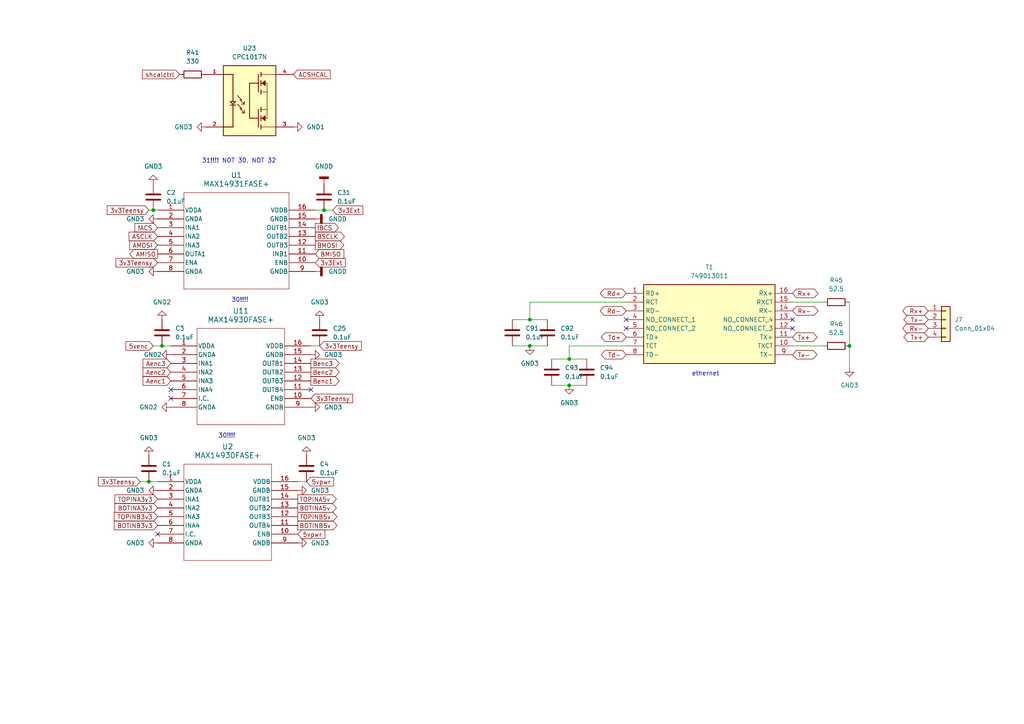
<source format=kicad_sch>
(kicad_sch (version 20231120) (generator "eeschema") (generator_version "8.0")
  (paper "A4")
  (lib_symbols
    (symbol "C_1" (pin_numbers hide) (pin_names (offset 0.254))
      (property "Reference" "C" (at 0.635 2.54 0))
      (property "Value" "C" (at 0.635 -2.54 0))
      (symbol "C_1_0_1"
        (polyline (pts (xy -2.032 -0.762) (xy 2.032 -0.762)) (stroke (width 0.508)))
        (polyline (pts (xy -2.032 0.762) (xy 2.032 0.762)) (stroke (width 0.508)))
      )
      (symbol "C_1_1_1"
        (pin passive line (at 0 3.81 270) (length 2.794) (name "~") (number "1"))
        (pin passive line (at 0 -3.81 90) (length 2.794) (name "~") (number "2"))
      )
    )
    (symbol "C_2" (pin_numbers hide) (pin_names (offset 0.254))
      (property "Reference" "C" (at 0.635 2.54 0))
      (property "Value" "C" (at 0.635 -2.54 0))
      (symbol "C_2_0_1"
        (polyline (pts (xy -2.032 -0.762) (xy 2.032 -0.762)) (stroke (width 0.508)))
        (polyline (pts (xy -2.032 0.762) (xy 2.032 0.762)) (stroke (width 0.508)))
      )
      (symbol "C_2_1_1"
        (pin passive line (at 0 3.81 270) (length 2.794) (name "~") (number "1"))
        (pin passive line (at 0 -3.81 90) (length 2.794) (name "~") (number "2"))
      )
    )
    (symbol "Connector_Generic:Conn_01x04" (pin_names (offset 1.016) hide)
      (property "Reference" "J" (at 0 5.08 0))
      (property "Value" "Conn_01x04" (at 0 -7.62 0))
      (symbol "Conn_01x04_1_1"
        (rectangle (start -1.27 -4.953) (end 0 -5.207) (stroke (width 0.1524)))
        (rectangle (start -1.27 -2.413) (end 0 -2.667) (stroke (width 0.1524)))
        (rectangle (start -1.27 0.127) (end 0 -0.127) (stroke (width 0.1524)))
        (rectangle (start -1.27 2.667) (end 0 2.413) (stroke (width 0.1524)))
        (rectangle (start -1.27 3.81) (end 1.27 -6.35) (stroke (width 0.254)) (fill (type background)))
        (pin passive line (at -5.08 2.54 0) (length 3.81) (name "Pin_1") (number "1"))
        (pin passive line (at -5.08 0 0) (length 3.81) (name "Pin_2") (number "2"))
        (pin passive line (at -5.08 -2.54 0) (length 3.81) (name "Pin_3") (number "3"))
        (pin passive line (at -5.08 -5.08 0) (length 3.81) (name "Pin_4") (number "4"))
      )
    )
    (symbol "Device:C" (pin_numbers hide) (pin_names (offset 0.254))
      (property "Reference" "C" (at 0.635 2.54 0))
      (property "Value" "C" (at 0.635 -2.54 0))
      (symbol "C_0_1"
        (polyline (pts (xy -2.032 -0.762) (xy 2.032 -0.762)) (stroke (width 0.508)))
        (polyline (pts (xy -2.032 0.762) (xy 2.032 0.762)) (stroke (width 0.508)))
      )
      (symbol "C_1_1"
        (pin passive line (at 0 3.81 270) (length 2.794) (name "~") (number "1"))
        (pin passive line (at 0 -3.81 90) (length 2.794) (name "~") (number "2"))
      )
    )
    (symbol "Device:R" (pin_numbers hide) (pin_names (offset 0))
      (property "Reference" "R" (at 2.032 0 90))
      (property "Value" "R" (at 0 0 90))
      (symbol "R_0_1"
        (rectangle (start -1.016 -2.54) (end 1.016 2.54) (stroke (width 0.254)))
      )
      (symbol "R_1_1"
        (pin passive line (at 0 3.81 270) (length 1.27) (name "~") (number "1"))
        (pin passive line (at 0 -3.81 90) (length 1.27) (name "~") (number "2"))
      )
    )
    (symbol "dyno_inst_sym:749013011"
      (property "Reference" "T" (at 44.45 7.62 0))
      (property "Value" "749013011" (at 44.45 5.08 0))
      (symbol "749013011_1_1"
        (rectangle (start 5.08 2.54) (end 43.18 -20.32) (stroke (width 0.254)) (fill (type background)))
        (pin passive line (at 0 0 0) (length 5.08) (name "RD+") (number "1"))
        (pin passive line (at 48.26 -15.24 180) (length 5.08) (name "TXCT") (number "10"))
        (pin passive line (at 48.26 -12.7 180) (length 5.08) (name "TX+") (number "11"))
        (pin passive line (at 48.26 -10.16 180) (length 5.08) (name "NO_CONNECT_3") (number "12"))
        (pin passive line (at 48.26 -7.62 180) (length 5.08) (name "NO_CONNECT_4") (number "13"))
        (pin passive line (at 48.26 -5.08 180) (length 5.08) (name "RX-") (number "14"))
        (pin passive line (at 48.26 -2.54 180) (length 5.08) (name "RXCT") (number "15"))
        (pin passive line (at 48.26 0 180) (length 5.08) (name "RX+") (number "16"))
        (pin passive line (at 0 -2.54 0) (length 5.08) (name "RCT") (number "2"))
        (pin passive line (at 0 -5.08 0) (length 5.08) (name "RD-") (number "3"))
        (pin passive line (at 0 -7.62 0) (length 5.08) (name "NO_CONNECT_1") (number "4"))
        (pin passive line (at 0 -10.16 0) (length 5.08) (name "NO_CONNECT_2") (number "5"))
        (pin passive line (at 0 -12.7 0) (length 5.08) (name "TD+") (number "6"))
        (pin passive line (at 0 -15.24 0) (length 5.08) (name "TCT") (number "7"))
        (pin passive line (at 0 -17.78 0) (length 5.08) (name "TD-") (number "8"))
        (pin passive line (at 48.26 -17.78 180) (length 5.08) (name "TX-") (number "9"))
      )
    )
    (symbol "dyno_inst_sym:CPC1017N" (pin_names (offset 1.016))
      (property "Reference" "U" (at -7.62 10.16 0))
      (property "Value" "CPC1017N" (at -7.62 -12.7 0))
      (symbol "CPC1017N_0_0"
        (rectangle (start -7.62 -10.16) (end 7.62 10.16) (stroke (width 0.254)) (fill (type background)))
        (polyline (pts (xy -7.62 -7.62) (xy -5.08 -7.62)) (stroke (width 0.254)))
        (polyline (pts (xy -7.62 7.62) (xy -5.08 7.62)) (stroke (width 0.254)))
        (polyline (pts (xy -5.588 -1.27) (xy -4.064 -1.27)) (stroke (width 0.254)))
        (polyline (pts (xy -5.588 -0.254) (xy -4.826 -1.016)) (stroke (width 0.254)))
        (polyline (pts (xy -4.826 -7.62) (xy -5.08 -7.62)) (stroke (width 0.254)))
        (polyline (pts (xy -4.826 -2.54) (xy -4.826 -7.62)) (stroke (width 0.254)))
        (polyline (pts (xy -4.826 -1.27) (xy -4.826 -2.54)) (stroke (width 0.254)))
        (polyline (pts (xy -4.826 -1.016) (xy -4.064 -0.254)) (stroke (width 0.254)))
        (polyline (pts (xy -4.826 -0.254) (xy -5.588 -0.254)) (stroke (width 0.254)))
        (polyline (pts (xy -4.826 -0.254) (xy -4.064 -0.254)) (stroke (width 0.254)))
        (polyline (pts (xy -4.826 2.54) (xy -4.826 -0.254)) (stroke (width 0.254)))
        (polyline (pts (xy -4.826 2.54) (xy -4.826 7.62)) (stroke (width 0.254)))
        (polyline (pts (xy -4.826 7.62) (xy -5.08 7.62)) (stroke (width 0.254)))
        (polyline (pts (xy -3.556 -1.016) (xy -2.286 -2.286)) (stroke (width 0.2032)))
        (polyline (pts (xy -3.556 1.524) (xy -2.286 0.254)) (stroke (width 0.2032)))
        (polyline (pts (xy -2.794 -2.286) (xy -1.524 -3.556)) (stroke (width 0.2032)))
        (polyline (pts (xy -2.794 0.254) (xy -1.524 -1.016)) (stroke (width 0.2032)))
        (polyline (pts (xy -2.286 -2.286) (xy -2.794 -2.286)) (stroke (width 0.2032)))
        (polyline (pts (xy -2.286 0.254) (xy -2.794 0.254)) (stroke (width 0.2032)))
        (polyline (pts (xy -1.524 -3.556) (xy -2.286 -3.556)) (stroke (width 0.2032)))
        (polyline (pts (xy -1.524 -3.556) (xy -1.524 -2.794)) (stroke (width 0.2032)))
        (polyline (pts (xy -1.524 -1.016) (xy -2.286 -1.016)) (stroke (width 0.2032)))
        (polyline (pts (xy -1.524 -1.016) (xy -1.524 -0.254)) (stroke (width 0.2032)))
        (polyline (pts (xy 0 -5.08) (xy 2.54 -5.08)) (stroke (width 0.254)))
        (polyline (pts (xy 0 5.08) (xy 0 -5.08)) (stroke (width 0.254)))
        (polyline (pts (xy 2.54 -5.08) (xy 2.54 -7.62)) (stroke (width 0.254)))
        (polyline (pts (xy 2.54 -2.54) (xy 2.54 -5.08)) (stroke (width 0.254)))
        (polyline (pts (xy 2.54 5.08) (xy 0 5.08)) (stroke (width 0.254)))
        (polyline (pts (xy 2.54 5.08) (xy 2.54 2.54)) (stroke (width 0.254)))
        (polyline (pts (xy 2.54 7.62) (xy 2.54 5.08)) (stroke (width 0.254)))
        (polyline (pts (xy 3.302 -7.62) (xy 3.302 -8.255)) (stroke (width 0.254)))
        (polyline (pts (xy 3.302 -7.62) (xy 7.62 -7.62)) (stroke (width 0.1524)))
        (polyline (pts (xy 3.302 -6.985) (xy 3.302 -7.62)) (stroke (width 0.254)))
        (polyline (pts (xy 3.302 -5.08) (xy 3.302 -5.842)) (stroke (width 0.254)))
        (polyline (pts (xy 3.302 -5.08) (xy 5.08 -5.08)) (stroke (width 0.1524)))
        (polyline (pts (xy 3.302 -4.318) (xy 3.302 -5.08)) (stroke (width 0.254)))
        (polyline (pts (xy 3.302 -2.54) (xy 3.302 -3.175)) (stroke (width 0.254)))
        (polyline (pts (xy 3.302 -1.905) (xy 3.302 -2.54)) (stroke (width 0.254)))
        (polyline (pts (xy 3.302 2.54) (xy 3.302 1.905)) (stroke (width 0.254)))
        (polyline (pts (xy 3.302 3.175) (xy 3.302 2.54)) (stroke (width 0.254)))
        (polyline (pts (xy 3.302 5.08) (xy 3.302 4.318)) (stroke (width 0.254)))
        (polyline (pts (xy 3.302 5.08) (xy 5.08 5.08)) (stroke (width 0.1524)))
        (polyline (pts (xy 3.302 5.842) (xy 3.302 5.08)) (stroke (width 0.254)))
        (polyline (pts (xy 3.302 7.62) (xy 3.302 6.985)) (stroke (width 0.254)))
        (polyline (pts (xy 3.302 7.62) (xy 7.62 7.62)) (stroke (width 0.1524)))
        (polyline (pts (xy 3.302 8.255) (xy 3.302 7.62)) (stroke (width 0.254)))
        (polyline (pts (xy 5.08 -2.54) (xy 3.302 -2.54)) (stroke (width 0.1524)))
        (polyline (pts (xy 5.08 -2.54) (xy 5.08 -5.08)) (stroke (width 0.1524)))
        (polyline (pts (xy 5.08 2.54) (xy 3.302 2.54)) (stroke (width 0.1524)))
        (polyline (pts (xy 5.08 2.54) (xy 5.08 -2.54)) (stroke (width 0.1524)))
        (polyline (pts (xy 5.08 5.08) (xy 5.08 2.54)) (stroke (width 0.1524)))
        (polyline (pts (xy 3.556 -5.08) (xy 4.572 -4.318) (xy 4.572 -5.842) (xy 3.556 -5.08)) (stroke (width 0.1524)) (fill (type outline)))
        (polyline (pts (xy 3.556 5.08) (xy 4.572 5.842) (xy 4.572 4.318) (xy 3.556 5.08)) (stroke (width 0.1524)) (fill (type outline)))
        (pin passive line (at -12.7 7.62 0) (length 5.08) (name "~") (number "1"))
        (pin passive line (at -12.7 -7.62 0) (length 5.08) (name "~") (number "2"))
        (pin passive line (at 12.7 -7.62 180) (length 5.08) (name "~") (number "3"))
        (pin passive line (at 12.7 7.62 180) (length 5.08) (name "~") (number "4"))
      )
    )
    (symbol "dyno_inst_sym:MAX14930FASE+" (pin_names (offset 0.254))
      (property "Reference" "U" (at 20.32 10.16 0))
      (property "Value" "MAX14930FASE+" (at 20.32 7.62 0))
      (symbol "MAX14930FASE+_0_1"
        (polyline (pts (xy 7.62 -22.86) (xy 33.02 -22.86)) (stroke (width 0.127)))
        (polyline (pts (xy 7.62 5.08) (xy 7.62 -22.86)) (stroke (width 0.127)))
        (polyline (pts (xy 33.02 -22.86) (xy 33.02 5.08)) (stroke (width 0.127)))
        (polyline (pts (xy 33.02 5.08) (xy 7.62 5.08)) (stroke (width 0.127)))
        (pin power_in line (at 0 0 0) (length 7.62) (name "VDDA") (number "1"))
        (pin unspecified line (at 40.64 -15.24 180) (length 7.62) (name "ENB") (number "10"))
        (pin output line (at 40.64 -12.7 180) (length 7.62) (name "OUTB4") (number "11"))
        (pin output line (at 40.64 -10.16 180) (length 7.62) (name "OUTB3") (number "12"))
        (pin output line (at 40.64 -7.62 180) (length 7.62) (name "OUTB2") (number "13"))
        (pin output line (at 40.64 -5.08 180) (length 7.62) (name "OUTB1") (number "14"))
        (pin power_out line (at 40.64 -2.54 180) (length 7.62) (name "GNDB") (number "15"))
        (pin power_in line (at 40.64 0 180) (length 7.62) (name "VDDB") (number "16"))
        (pin power_out line (at 0 -2.54 0) (length 7.62) (name "GNDA") (number "2"))
        (pin bidirectional line (at 0 -5.08 0) (length 7.62) (name "INA1") (number "3"))
        (pin bidirectional line (at 0 -7.62 0) (length 7.62) (name "INA2") (number "4"))
        (pin bidirectional line (at 0 -10.16 0) (length 7.62) (name "INA3") (number "5"))
        (pin bidirectional line (at 0 -12.7 0) (length 7.62) (name "INA4") (number "6"))
        (pin unspecified line (at 0 -15.24 0) (length 7.62) (name "I.C.") (number "7"))
        (pin power_out line (at 0 -17.78 0) (length 7.62) (name "GNDA") (number "8"))
        (pin power_out line (at 40.64 -17.78 180) (length 7.62) (name "GNDB") (number "9"))
      )
    )
    (symbol "dyno_inst_sym:MAX14931FASE+" (pin_names (offset 0.254))
      (property "Reference" "U" (at 22.86 10.16 0))
      (property "Value" "MAX14931FASE+" (at 22.86 7.62 0))
      (symbol "MAX14931FASE+_0_1"
        (polyline (pts (xy 7.62 -22.86) (xy 38.1 -22.86)) (stroke (width 0.127)))
        (polyline (pts (xy 7.62 5.08) (xy 7.62 -22.86)) (stroke (width 0.127)))
        (polyline (pts (xy 38.1 -22.86) (xy 38.1 5.08)) (stroke (width 0.127)))
        (polyline (pts (xy 38.1 5.08) (xy 7.62 5.08)) (stroke (width 0.127)))
        (pin power_in line (at 0 0 0) (length 7.62) (name "VDDA") (number "1"))
        (pin unspecified line (at 45.72 -15.24 180) (length 7.62) (name "ENB") (number "10"))
        (pin unspecified line (at 45.72 -12.7 180) (length 7.62) (name "INB1") (number "11"))
        (pin output line (at 45.72 -10.16 180) (length 7.62) (name "OUTB3") (number "12"))
        (pin output line (at 45.72 -7.62 180) (length 7.62) (name "OUTB2") (number "13"))
        (pin output line (at 45.72 -5.08 180) (length 7.62) (name "OUTB1") (number "14"))
        (pin power_out line (at 45.72 -2.54 180) (length 7.62) (name "GNDB") (number "15"))
        (pin power_in line (at 45.72 0 180) (length 7.62) (name "VDDB") (number "16"))
        (pin power_out line (at 0 -2.54 0) (length 7.62) (name "GNDA") (number "2"))
        (pin bidirectional line (at 0 -5.08 0) (length 7.62) (name "INA1") (number "3"))
        (pin bidirectional line (at 0 -7.62 0) (length 7.62) (name "INA2") (number "4"))
        (pin bidirectional line (at 0 -10.16 0) (length 7.62) (name "INA3") (number "5"))
        (pin output line (at 0 -12.7 0) (length 7.62) (name "OUTA1") (number "6"))
        (pin unspecified line (at 0 -15.24 0) (length 7.62) (name "ENA") (number "7"))
        (pin power_out line (at 0 -17.78 0) (length 7.62) (name "GNDA") (number "8"))
        (pin power_out line (at 45.72 -17.78 180) (length 7.62) (name "GNDB") (number "9"))
      )
    )
    (symbol "power:GND1" (power) (pin_numbers hide) (pin_names (offset 0) hide)
      (property "Value" "GND1" (at 0 -3.81 0))
      (symbol "GND1_0_1"
        (polyline (pts (xy 0 0) (xy 0 -1.27) (xy 1.27 -1.27) (xy 0 -2.54) (xy -1.27 -1.27) (xy 0 -1.27)))
      )
      (symbol "GND1_1_1"
        (pin power_in line (at 0 0 270) (length 0) (name "~") (number "1"))
      )
    )
    (symbol "power:GND2" (power) (pin_numbers hide) (pin_names (offset 0) hide)
      (property "Value" "GND2" (at 0 -3.81 0))
      (symbol "GND2_0_1"
        (polyline (pts (xy 0 0) (xy 0 -1.27) (xy 1.27 -1.27) (xy 0 -2.54) (xy -1.27 -1.27) (xy 0 -1.27)))
      )
      (symbol "GND2_1_1"
        (pin power_in line (at 0 0 270) (length 0) (name "~") (number "1"))
      )
    )
    (symbol "power:GND3" (power) (pin_numbers hide) (pin_names (offset 0) hide)
      (property "Value" "GND3" (at 0 -3.81 0))
      (symbol "GND3_0_1"
        (polyline (pts (xy 0 0) (xy 0 -1.27) (xy 1.27 -1.27) (xy 0 -2.54) (xy -1.27 -1.27) (xy 0 -1.27)))
      )
      (symbol "GND3_1_1"
        (pin power_in line (at 0 0 270) (length 0) (name "~") (number "1"))
      )
    )
    (symbol "power:GNDD" (power) (pin_names (offset 0))
      (property "Value" "GNDD" (at 0 -3.175 0))
      (symbol "GNDD_0_1"
        (rectangle (start -1.27 -1.524) (end 1.27 -2.032) (stroke (width 0.254)) (fill (type outline)))
        (polyline (pts (xy 0 0) (xy 0 -1.524)))
      )
      (symbol "GNDD_1_1"
        (pin power_in line (at 0 0 270) (length 0) hide (name "GNDD") (number "1"))
      )
    )
  )
  (junction (at 165.1 111.76))
  (junction (at 44.45 60.96))
  (junction (at 43.18 139.7))
  (junction (at 165.1 104.14))
  (junction (at 93.98 60.96))
  (junction (at 46.99 100.33))
  (junction (at 153.67 100.33))
  (junction (at 246.38 100.33))
  (junction (at 153.67 92.71))
  (no_connect (at 49.53 115.57))
  (no_connect (at 229.87 95.25))
  (no_connect (at 181.61 95.25))
  (no_connect (at 49.53 113.03))
  (no_connect (at 181.61 92.71))
  (no_connect (at 229.87 92.71))
  (no_connect (at 45.72 154.94))
  (no_connect (at 90.17 113.03))
  (wire (pts (xy 160.02 111.76) (xy 165.1 111.76)))
  (wire (pts (xy 238.76 100.33) (xy 229.87 100.33)))
  (wire (pts (xy 46.99 100.33) (xy 49.53 100.33)))
  (wire (pts (xy 246.38 100.33) (xy 246.38 106.68)))
  (wire (pts (xy 160.02 104.14) (xy 165.1 104.14)))
  (wire (pts (xy 153.67 87.63) (xy 153.67 92.71)))
  (wire (pts (xy 165.1 100.33) (xy 165.1 104.14)))
  (wire (pts (xy 246.38 87.63) (xy 246.38 100.33)))
  (wire (pts (xy 148.59 100.33) (xy 153.67 100.33)))
  (wire (pts (xy 92.71 100.33) (xy 90.17 100.33)))
  (wire (pts (xy 93.98 60.96) (xy 91.44 60.96)))
  (wire (pts (xy 165.1 111.76) (xy 170.18 111.76)))
  (wire (pts (xy 43.18 139.7) (xy 45.72 139.7)))
  (wire (pts (xy 96.52 60.96) (xy 93.98 60.96)))
  (wire (pts (xy 153.67 100.33) (xy 158.75 100.33)))
  (wire (pts (xy 229.87 87.63) (xy 238.76 87.63)))
  (wire (pts (xy 165.1 104.14) (xy 170.18 104.14)))
  (wire (pts (xy 88.9 139.7) (xy 86.36 139.7)))
  (wire (pts (xy 40.64 139.7) (xy 43.18 139.7)))
  (wire (pts (xy 148.59 92.71) (xy 153.67 92.71)))
  (wire (pts (xy 44.45 60.96) (xy 45.72 60.96)))
  (wire (pts (xy 181.61 87.63) (xy 153.67 87.63)))
  (wire (pts (xy 44.45 100.33) (xy 46.99 100.33)))
  (wire (pts (xy 43.18 60.96) (xy 44.45 60.96)))
  (wire (pts (xy 181.61 100.33) (xy 165.1 100.33)))
  (wire (pts (xy 153.67 92.71) (xy 158.75 92.71)))
  (text "31!!!! NOT 30, NOT 32" (at 69.342 46.736 0) (effects (font (size 1.27 1.27))))
  (text "30!!!!" (at 65.786 126.492 0) (effects (font (size 1.27 1.27))))
  (text "30!!!!" (at 69.596 87.122 0) (effects (font (size 1.27 1.27))))
  (text "ethernet" (at 200.66 109.22 0) (effects (font (size 1.27 1.27)) (justify left bottom)))
  (global_label "3v3Teensy" (shape input) (at 92.71 100.33 0) (property "Intersheetrefs" "${INTERSHEET_REFS}" (effects (hide yes))))
  (global_label "Td-" (shape bidirectional) (at 181.61 102.87 180) (property "Intersheetrefs" "${INTERSHEET_REFS}" (effects (hide yes))))
  (global_label "Benc1" (shape output) (at 90.17 110.49 0) (property "Intersheetrefs" "${INTERSHEET_REFS}" (effects (hide yes))))
  (global_label "!BCS" (shape output) (at 91.44 66.04 0) (property "Intersheetrefs" "${INTERSHEET_REFS}" (effects (hide yes))))
  (global_label "BMISO" (shape input) (at 91.44 73.66 0) (property "Intersheetrefs" "${INTERSHEET_REFS}" (effects (hide yes))))
  (global_label "Aenc1" (shape input) (at 49.53 110.49 180) (property "Intersheetrefs" "${INTERSHEET_REFS}" (effects (hide yes))))
  (global_label "Benc3" (shape output) (at 90.17 105.41 0) (property "Intersheetrefs" "${INTERSHEET_REFS}" (effects (hide yes))))
  (global_label "BOTINB3v3" (shape input) (at 45.72 152.4 180) (property "Intersheetrefs" "${INTERSHEET_REFS}" (effects (hide yes))))
  (global_label "5vpwr" (shape input) (at 86.36 154.94 0) (property "Intersheetrefs" "${INTERSHEET_REFS}" (effects (hide yes))))
  (global_label "Rx+" (shape bidirectional) (at 269.24 90.17 180) (property "Intersheetrefs" "${INTERSHEET_REFS}" (effects (hide yes))))
  (global_label "Tx+" (shape bidirectional) (at 229.87 97.79 0) (property "Intersheetrefs" "${INTERSHEET_REFS}" (effects (hide yes))))
  (global_label "ACSHCAL" (shape input) (at 85.09 21.59 0) (property "Intersheetrefs" "${INTERSHEET_REFS}" (effects (hide yes))))
  (global_label "Rd-" (shape bidirectional) (at 181.61 90.17 180) (property "Intersheetrefs" "${INTERSHEET_REFS}" (effects (hide yes))))
  (global_label "TOPINA3v3" (shape input) (at 45.72 144.78 180) (property "Intersheetrefs" "${INTERSHEET_REFS}" (effects (hide yes))))
  (global_label "Tx-" (shape bidirectional) (at 269.24 92.71 180) (property "Intersheetrefs" "${INTERSHEET_REFS}" (effects (hide yes))))
  (global_label "BOTINA3v3" (shape input) (at 45.72 147.32 180) (property "Intersheetrefs" "${INTERSHEET_REFS}" (effects (hide yes))))
  (global_label "AMISO" (shape output) (at 45.72 73.66 180) (property "Intersheetrefs" "${INTERSHEET_REFS}" (effects (hide yes))))
  (global_label "Benc2" (shape output) (at 90.17 107.95 0) (property "Intersheetrefs" "${INTERSHEET_REFS}" (effects (hide yes))))
  (global_label "Tx+" (shape bidirectional) (at 269.24 97.79 180) (property "Intersheetrefs" "${INTERSHEET_REFS}" (effects (hide yes))))
  (global_label "3v3Teensy" (shape input) (at 45.72 76.2 180) (property "Intersheetrefs" "${INTERSHEET_REFS}" (effects (hide yes))))
  (global_label "TOPINB3v3" (shape input) (at 45.72 149.86 180) (property "Intersheetrefs" "${INTERSHEET_REFS}" (effects (hide yes))))
  (global_label "Tx-" (shape bidirectional) (at 229.87 102.87 0) (property "Intersheetrefs" "${INTERSHEET_REFS}" (effects (hide yes))))
  (global_label "3v3Teensy" (shape input) (at 40.64 139.7 180) (property "Intersheetrefs" "${INTERSHEET_REFS}" (effects (hide yes))))
  (global_label "3v3Ext" (shape input) (at 96.52 60.96 0) (property "Intersheetrefs" "${INTERSHEET_REFS}" (effects (hide yes))))
  (global_label "Aenc3" (shape input) (at 49.53 105.41 180) (property "Intersheetrefs" "${INTERSHEET_REFS}" (effects (hide yes))))
  (global_label "ASCLK" (shape input) (at 45.72 68.58 180) (property "Intersheetrefs" "${INTERSHEET_REFS}" (effects (hide yes))))
  (global_label "AMOSI" (shape input) (at 45.72 71.12 180) (property "Intersheetrefs" "${INTERSHEET_REFS}" (effects (hide yes))))
  (global_label "TOPINB5v" (shape output) (at 86.36 149.86 0) (property "Intersheetrefs" "${INTERSHEET_REFS}" (effects (hide yes))))
  (global_label "5venc" (shape input) (at 44.45 100.33 180) (property "Intersheetrefs" "${INTERSHEET_REFS}" (effects (hide yes))))
  (global_label "Aenc2" (shape input) (at 49.53 107.95 180) (property "Intersheetrefs" "${INTERSHEET_REFS}" (effects (hide yes))))
  (global_label "Rx-" (shape bidirectional) (at 229.87 90.17 0) (property "Intersheetrefs" "${INTERSHEET_REFS}" (effects (hide yes))))
  (global_label "shcalctrl" (shape input) (at 52.07 21.59 180) (property "Intersheetrefs" "${INTERSHEET_REFS}" (effects (hide yes))))
  (global_label "BOTINB5v" (shape output) (at 86.36 152.4 0) (property "Intersheetrefs" "${INTERSHEET_REFS}" (effects (hide yes))))
  (global_label "3v3Teensy" (shape input) (at 90.17 115.57 0) (property "Intersheetrefs" "${INTERSHEET_REFS}" (effects (hide yes))))
  (global_label "Rd+" (shape bidirectional) (at 181.61 85.09 180) (property "Intersheetrefs" "${INTERSHEET_REFS}" (effects (hide yes))))
  (global_label "BSCLK" (shape output) (at 91.44 68.58 0) (property "Intersheetrefs" "${INTERSHEET_REFS}" (effects (hide yes))))
  (global_label "BOTINA5v" (shape output) (at 86.36 147.32 0) (property "Intersheetrefs" "${INTERSHEET_REFS}" (effects (hide yes))))
  (global_label "3v3Ext" (shape input) (at 91.44 76.2 0) (property "Intersheetrefs" "${INTERSHEET_REFS}" (effects (hide yes))))
  (global_label "5vpwr" (shape input) (at 88.9 139.7 0) (property "Intersheetrefs" "${INTERSHEET_REFS}" (effects (hide yes))))
  (global_label "TOPINA5v" (shape output) (at 86.36 144.78 0) (property "Intersheetrefs" "${INTERSHEET_REFS}" (effects (hide yes))))
  (global_label "Rx+" (shape bidirectional) (at 229.87 85.09 0) (property "Intersheetrefs" "${INTERSHEET_REFS}" (effects (hide yes))))
  (global_label "3v3Teensy" (shape input) (at 43.18 60.96 180) (property "Intersheetrefs" "${INTERSHEET_REFS}" (effects (hide yes))))
  (global_label "BMOSI" (shape output) (at 91.44 71.12 0) (property "Intersheetrefs" "${INTERSHEET_REFS}" (effects (hide yes))))
  (global_label "!ACS" (shape input) (at 45.72 66.04 180) (property "Intersheetrefs" "${INTERSHEET_REFS}" (effects (hide yes))))
  (global_label "Rx-" (shape bidirectional) (at 269.24 95.25 180) (property "Intersheetrefs" "${INTERSHEET_REFS}" (effects (hide yes))))
  (global_label "Td+" (shape bidirectional) (at 181.61 97.79 180) (property "Intersheetrefs" "${INTERSHEET_REFS}" (effects (hide yes))))
  (symbol (lib_id "Device:R") (at 55.88 21.59 90) (unit 1)
    (property "Reference" "R41" (at 55.88 15.24 90))
    (property "Value" "330" (at 55.88 17.78 90))
    (property "Footprint" "Resistor_SMD:R_0402_1005Metric" (effects (hide yes)))
    (property "Description" "Resistor" (effects (hide yes)))
  )
  (symbol (lib_id "Device:C") (at 160.02 107.95 0) (unit 1)
    (property "Reference" "C93" (at 163.83 106.68 0) (effects (justify left)))
    (property "Value" "0.1uF" (at 163.83 109.22 0) (effects (justify left)))
    (property "Footprint" "Capacitor_SMD:C_0402_1005Metric" (effects (hide yes)))
  )
  (symbol (lib_id "power:GND2") (at 46.99 92.71 180) (unit 1)
    (property "Reference" "#PWR09" (effects (hide yes)))
    (property "Value" "GND2" (at 46.99 87.63 0))
    (property "Description" "Power symbol creates a global label with name \"GND2\" , ground" (effects (hide yes)))
  )
  (symbol (lib_id "power:GND3") (at 59.69 36.83 270) (unit 1)
    (property "Reference" "#PWR055" (effects (hide yes)))
    (property "Value" "GND3" (at 55.88 36.8299 90) (effects (justify right)))
    (property "Description" "Power symbol creates a global label with name \"GND3\" , ground" (effects (hide yes)))
  )
  (symbol (lib_id "power:GND3") (at 44.45 53.34 180) (unit 1)
    (property "Reference" "#PWR02" (effects (hide yes)))
    (property "Value" "GND3" (at 44.45 48.26 0))
    (property "Description" "Power symbol creates a global label with name \"GND3\" , ground" (effects (hide yes)))
  )
  (symbol (lib_id "power:GND3") (at 43.18 132.08 180) (unit 1)
    (property "Reference" "#PWR01" (effects (hide yes)))
    (property "Value" "GND3" (at 43.18 127 0))
    (property "Description" "Power symbol creates a global label with name \"GND3\" , ground" (effects (hide yes)))
  )
  (symbol (lib_id "power:GND3") (at 90.17 102.87 90) (unit 1)
    (property "Reference" "#PWR026" (effects (hide yes)))
    (property "Value" "GND3" (at 93.98 102.8699 90) (effects (justify right)))
    (property "Description" "Power symbol creates a global label with name \"GND3\" , ground" (effects (hide yes)))
  )
  (symbol (lib_id "power:GND3") (at 45.72 78.74 270) (unit 1)
    (property "Reference" "#PWR06" (effects (hide yes)))
    (property "Value" "GND3" (at 41.91 78.7399 90) (effects (justify right)))
    (property "Description" "Power symbol creates a global label with name \"GND3\" , ground" (effects (hide yes)))
  )
  (symbol (lib_id "power:GND2") (at 49.53 118.11 270) (unit 1)
    (property "Reference" "#PWR011" (effects (hide yes)))
    (property "Value" "GND2" (at 45.72 118.1099 90) (effects (justify right)))
    (property "Description" "Power symbol creates a global label with name \"GND2\" , ground" (effects (hide yes)))
  )
  (symbol (lib_id "power:GND1") (at 85.09 36.83 90) (unit 1)
    (property "Reference" "#PWR089" (effects (hide yes)))
    (property "Value" "GND1" (at 88.9 36.8299 90) (effects (justify right)))
    (property "Description" "Power symbol creates a global label with name \"GND1\" , ground" (effects (hide yes)))
  )
  (symbol (lib_id "power:GND3") (at 86.36 142.24 90) (unit 1)
    (property "Reference" "#PWR012" (effects (hide yes)))
    (property "Value" "GND3" (at 90.17 142.2399 90) (effects (justify right)))
    (property "Description" "Power symbol creates a global label with name \"GND3\" , ground" (effects (hide yes)))
  )
  (symbol (lib_id "power:GNDD") (at 93.98 53.34 180) (unit 1)
    (property "Reference" "#PWR0109" (effects (hide yes)))
    (property "Value" "GNDD" (at 93.98 48.26 0))
  )
  (symbol (lib_id "power:GND3") (at 45.72 63.5 270) (unit 1)
    (property "Reference" "#PWR03" (effects (hide yes)))
    (property "Value" "GND3" (at 41.91 63.4999 90) (effects (justify right)))
    (property "Description" "Power symbol creates a global label with name \"GND3\" , ground" (effects (hide yes)))
  )
  (symbol (lib_id "Device:R") (at 242.57 100.33 90) (unit 1)
    (property "Reference" "R46" (at 242.57 93.98 90))
    (property "Value" "52.5" (at 242.57 96.52 90))
    (property "Footprint" "Resistor_SMD:R_0402_1005Metric" (effects (hide yes)))
  )
  (symbol (lib_id "power:GND2") (at 49.53 102.87 270) (unit 1)
    (property "Reference" "#PWR010" (effects (hide yes)))
    (property "Value" "GND2" (at 46.99 102.8699 90) (effects (justify right)))
    (property "Description" "Power symbol creates a global label with name \"GND2\" , ground" (effects (hide yes)))
  )
  (symbol (lib_id "power:GNDD") (at 91.44 78.74 90) (unit 1)
    (property "Reference" "#PWR090" (effects (hide yes)))
    (property "Value" "GNDD" (at 95.25 78.7399 90) (effects (justify right)))
  )
  (symbol (lib_id "power:GND3") (at 90.17 118.11 90) (unit 1)
    (property "Reference" "#PWR056" (effects (hide yes)))
    (property "Value" "GND3" (at 93.98 118.1099 90) (effects (justify right)))
    (property "Description" "Power symbol creates a global label with name \"GND3\" , ground" (effects (hide yes)))
  )
  (symbol (lib_id "power:GND3") (at 92.71 92.71 180) (unit 1)
    (property "Reference" "#PWR0107" (effects (hide yes)))
    (property "Value" "GND3" (at 92.71 87.63 0))
    (property "Description" "Power symbol creates a global label with name \"GND3\" , ground" (effects (hide yes)))
  )
  (symbol (lib_id "power:GND3") (at 246.38 106.68 0) (unit 1)
    (property "Reference" "#PWR0117" (effects (hide yes)))
    (property "Value" "GND3" (at 246.38 111.76 0))
    (property "Description" "Power symbol creates a global label with name \"GND3\" , ground" (effects (hide yes)))
  )
  (symbol (lib_id "power:GND3") (at 88.9 132.08 180) (unit 1)
    (property "Reference" "#PWR014" (effects (hide yes)))
    (property "Value" "GND3" (at 88.9 127 0))
    (property "Description" "Power symbol creates a global label with name \"GND3\" , ground" (effects (hide yes)))
  )
  (symbol (lib_id "power:GND3") (at 153.67 100.33 0) (unit 1)
    (property "Reference" "#PWR0105" (effects (hide yes)))
    (property "Value" "GND3" (at 153.67 105.41 0))
    (property "Description" "Power symbol creates a global label with name \"GND3\" , ground" (effects (hide yes)))
  )
  (symbol (lib_id "Connector_Generic:Conn_01x04") (at 274.32 92.71 0) (unit 1)
    (property "Reference" "J7" (at 276.86 92.7099 0) (effects (justify left)))
    (property "Value" "Conn_01x04" (at 276.86 95.2499 0) (effects (justify left)))
    (property "Footprint" "peripheralio:CONN_T4041017041-000_TEC" (effects (hide yes)))
    (property "Description" "Generic connector, single row, 01x04, script generated (kicad-library-utils/schlib/autogen/connector/)" (effects (hide yes)))
  )
  (symbol (lib_name "C_1") (lib_id "Device:C") (at 92.71 96.52 0) (unit 1)
    (property "Reference" "C25" (at 96.52 95.2499 0) (effects (justify left)))
    (property "Value" "0.1uF" (at 96.52 97.7899 0) (effects (justify left)))
    (property "Footprint" "Capacitor_SMD:C_0402_1005Metric" (effects (hide yes)))
    (property "Description" "Unpolarized capacitor" (effects (hide yes)))
  )
  (symbol (lib_id "dyno_inst_sym:MAX14930FASE+") (at 49.53 100.33 0) (unit 1)
    (property "Reference" "U11" (at 69.85 90.17 0) (effects (font (size 1.524 1.524))))
    (property "Value" "MAX14930FASE+" (at 69.85 92.71 0) (effects (font (size 1.524 1.524))))
    (property "Footprint" "dynoinst_fp:21-0041_S16&plus_1_MXM" (effects (hide yes)))
    (property "Datasheet" "MAX14930FASE+" (effects (hide yes)))
  )
  (symbol (lib_name "C_2") (lib_id "Device:C") (at 46.99 96.52 0) (unit 1)
    (property "Reference" "C3" (at 50.8 95.2499 0) (effects (justify left)))
    (property "Value" "0.1uF" (at 50.8 97.7899 0) (effects (justify left)))
    (property "Footprint" "Capacitor_SMD:C_0402_1005Metric" (effects (hide yes)))
    (property "Description" "Unpolarized capacitor" (effects (hide yes)))
  )
  (symbol (lib_id "dyno_inst_sym:749013011") (at 181.61 85.09 0) (unit 1)
    (property "Reference" "T1" (at 205.74 77.47 0))
    (property "Value" "749013011" (at 205.74 80.01 0))
    (property "Footprint" "749013011" (effects (hide yes)))
    (property "Datasheet" "https://www.we-online.de/katalog/datasheet/749013011.pdf" (effects (hide yes)))
    (property "Description" "Eth. Magnetics for Main, Aux" (effects (hide yes)))
    (property "Height" "5.33" (effects (hide yes)))
    (property "Mouser Part Number" "710-749013011" (effects (hide yes)))
    (property "Mouser Price/Stock" "https://www.mouser.co.uk/ProductDetail/Wurth-Elektronik/749013011?qs=2sV1BwmkawRYxGj1O9AWzA%3D%3D" (effects (hide yes)))
    (property "Manufacturer_Name" "Wurth Elektronik" (effects (hide yes)))
    (property "Manufacturer_Part_Number" "749013011" (effects (hide yes)))
  )
  (symbol (lib_id "dyno_inst_sym:MAX14931FASE+") (at 45.72 60.96 0) (unit 1)
    (property "Reference" "U1" (at 68.58 50.8 0) (effects (font (size 1.524 1.524))))
    (property "Value" "MAX14931FASE+" (at 68.58 53.34 0) (effects (font (size 1.524 1.524))))
    (property "Footprint" "dynoinst_fp:21-0041_S16&plus_1_MXM_1" (effects (hide yes)))
    (property "Datasheet" "MAX14931FASE+" (effects (hide yes)))
  )
  (symbol (lib_id "dyno_inst_sym:CPC1017N") (at 72.39 29.21 0) (unit 1)
    (property "Reference" "U23" (at 72.39 13.97 0))
    (property "Value" "CPC1017N" (at 72.39 16.51 0))
    (property "Footprint" "dynoinst_fp:SOIC254P610X218-4N" (effects (hide yes)))
    (property "STANDARD" "IPC7351B" (effects (hide yes)))
    (property "MANUFACTURER" "IXYS" (effects (hide yes)))
  )
  (symbol (lib_id "power:GND3") (at 45.72 142.24 270) (unit 1)
    (property "Reference" "#PWR07" (effects (hide yes)))
    (property "Value" "GND3" (at 41.91 142.2399 90) (effects (justify right)))
    (property "Description" "Power symbol creates a global label with name \"GND3\" , ground" (effects (hide yes)))
  )
  (symbol (lib_name "C_2") (lib_id "Device:C") (at 44.45 57.15 0) (unit 1)
    (property "Reference" "C2" (at 48.26 55.8799 0) (effects (justify left)))
    (property "Value" "0.1uF" (at 48.26 58.4199 0) (effects (justify left)))
    (property "Footprint" "Capacitor_SMD:C_0402_1005Metric" (effects (hide yes)))
    (property "Description" "Unpolarized capacitor" (effects (hide yes)))
  )
  (symbol (lib_name "C_1") (lib_id "Device:C") (at 93.98 57.15 0) (unit 1)
    (property "Reference" "C31" (at 97.79 55.8799 0) (effects (justify left)))
    (property "Value" "0.1uF" (at 97.79 58.4199 0) (effects (justify left)))
    (property "Footprint" "Capacitor_SMD:C_0402_1005Metric" (effects (hide yes)))
    (property "Description" "Unpolarized capacitor" (effects (hide yes)))
  )
  (symbol (lib_id "dyno_inst_sym:MAX14930FASE+") (at 45.72 139.7 0) (unit 1)
    (property "Reference" "U2" (at 66.04 129.54 0) (effects (font (size 1.524 1.524))))
    (property "Value" "MAX14930FASE+" (at 66.04 132.08 0) (effects (font (size 1.524 1.524))))
    (property "Footprint" "dynoinst_fp:21-0041_S16&plus_1_MXM" (effects (hide yes)))
    (property "Datasheet" "MAX14930FASE+" (effects (hide yes)))
  )
  (symbol (lib_id "Device:C") (at 148.59 96.52 0) (unit 1)
    (property "Reference" "C91" (at 152.4 95.25 0) (effects (justify left)))
    (property "Value" "0.1uF" (at 152.4 97.79 0) (effects (justify left)))
    (property "Footprint" "Capacitor_SMD:C_0402_1005Metric" (effects (hide yes)))
  )
  (symbol (lib_id "power:GND3") (at 86.36 157.48 90) (unit 1)
    (property "Reference" "#PWR013" (effects (hide yes)))
    (property "Value" "GND3" (at 90.17 157.4799 90) (effects (justify right)))
    (property "Description" "Power symbol creates a global label with name \"GND3\" , ground" (effects (hide yes)))
  )
  (symbol (lib_id "power:GND3") (at 165.1 111.76 0) (unit 1)
    (property "Reference" "#PWR0111" (effects (hide yes)))
    (property "Value" "GND3" (at 165.1 116.84 0))
    (property "Description" "Power symbol creates a global label with name \"GND3\" , ground" (effects (hide yes)))
  )
  (symbol (lib_id "Device:C") (at 170.18 107.95 0) (unit 1)
    (property "Reference" "C94" (at 173.99 106.68 0) (effects (justify left)))
    (property "Value" "0.1uF" (at 173.99 109.22 0) (effects (justify left)))
    (property "Footprint" "Capacitor_SMD:C_0402_1005Metric" (effects (hide yes)))
  )
  (symbol (lib_id "power:GNDD") (at 91.44 63.5 90) (unit 1)
    (property "Reference" "#PWR061" (effects (hide yes)))
    (property "Value" "GNDD" (at 95.25 63.4999 90) (effects (justify right)))
  )
  (symbol (lib_id "Device:R") (at 242.57 87.63 90) (unit 1)
    (property "Reference" "R45" (at 242.57 81.28 90))
    (property "Value" "52.5" (at 242.57 83.82 90))
    (property "Footprint" "Resistor_SMD:R_0402_1005Metric" (effects (hide yes)))
  )
  (symbol (lib_id "Device:C") (at 158.75 96.52 0) (unit 1)
    (property "Reference" "C92" (at 162.56 95.25 0) (effects (justify left)))
    (property "Value" "0.1uF" (at 162.56 97.79 0) (effects (justify left)))
    (property "Footprint" "Capacitor_SMD:C_0402_1005Metric" (effects (hide yes)))
  )
  (symbol (lib_name "C_2") (lib_id "Device:C") (at 43.18 135.89 0) (unit 1)
    (property "Reference" "C1" (at 46.99 134.6199 0) (effects (justify left)))
    (property "Value" "0.1uF" (at 46.99 137.1599 0) (effects (justify left)))
    (property "Footprint" "Capacitor_SMD:C_0402_1005Metric" (effects (hide yes)))
    (property "Description" "Unpolarized capacitor" (effects (hide yes)))
  )
  (symbol (lib_id "power:GND3") (at 45.72 157.48 270) (unit 1)
    (property "Reference" "#PWR08" (effects (hide yes)))
    (property "Value" "GND3" (at 41.91 157.4799 90) (effects (justify right)))
    (property "Description" "Power symbol creates a global label with name \"GND3\" , ground" (effects (hide yes)))
  )
  (symbol (lib_name "C_1") (lib_id "Device:C") (at 88.9 135.89 0) (unit 1)
    (property "Reference" "C4" (at 92.71 134.6199 0) (effects (justify left)))
    (property "Value" "0.1uF" (at 92.71 137.1599 0) (effects (justify left)))
    (property "Footprint" "Capacitor_SMD:C_0402_1005Metric" (effects (hide yes)))
    (property "Description" "Unpolarized capacitor" (effects (hide yes)))
  )
)
</source>
